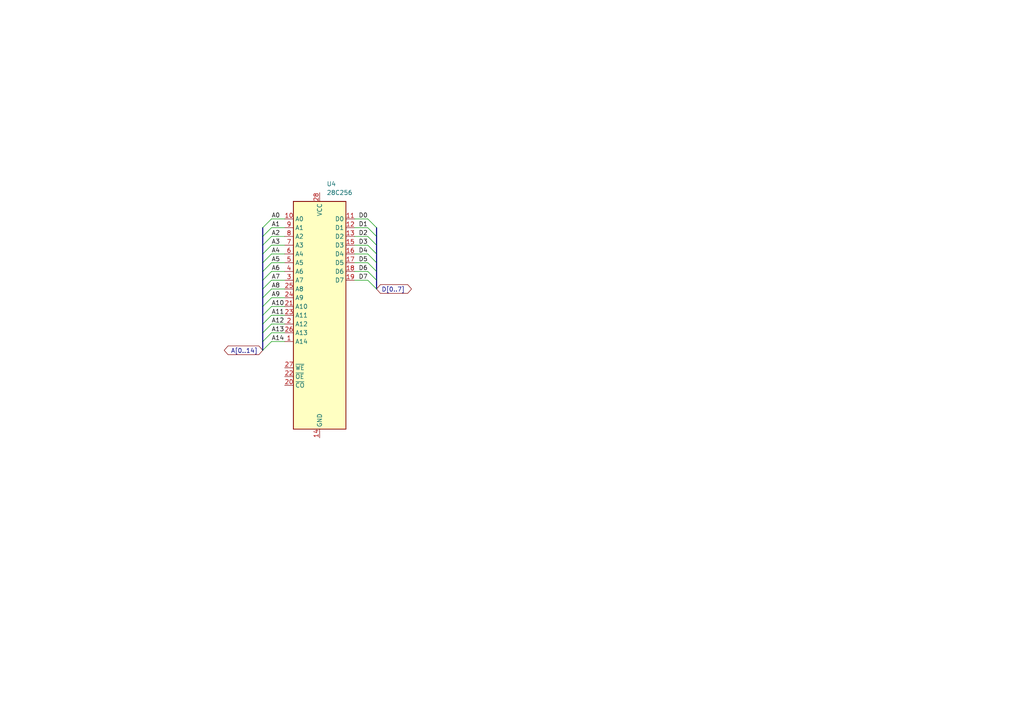
<source format=kicad_sch>
(kicad_sch (version 20211123) (generator eeschema)
  (paper "A4")
  (lib_symbols
    (symbol "micro_controller:28C256"
      (property "Reference" "U" (at 0 1.27 0))
      (property "Value" "28C256" (at 0 -1.27 0))
      (symbol "28C256_1_1"
        (rectangle (start -7.62 33.02) (end 7.62 -33.02) (stroke (width 0.254)) (fill (type background)))
        (pin bidirectional line (at -10.16 -7.62 0) (length 2.54) (name "A14") (number "1"))
        (pin bidirectional line (at -10.16 27.94 0) (length 2.54) (name "A0") (number "10"))
        (pin bidirectional line (at 10.16 27.94 180) (length 2.54) (name "D0") (number "11"))
        (pin bidirectional line (at 10.16 25.4 180) (length 2.54) (name "D1") (number "12"))
        (pin bidirectional line (at 10.16 22.86 180) (length 2.54) (name "D2") (number "13"))
        (pin power_in line (at 0 -35.56 90) (length 2.54) (name "GND") (number "14"))
        (pin bidirectional line (at 10.16 20.32 180) (length 2.54) (name "D3") (number "15"))
        (pin bidirectional line (at 10.16 17.78 180) (length 2.54) (name "D4") (number "16"))
        (pin bidirectional line (at 10.16 15.24 180) (length 2.54) (name "D5") (number "17"))
        (pin bidirectional line (at 10.16 12.7 180) (length 2.54) (name "D6") (number "18"))
        (pin bidirectional line (at 10.16 10.16 180) (length 2.54) (name "D7") (number "19"))
        (pin bidirectional line (at -10.16 -2.54 0) (length 2.54) (name "A12") (number "2"))
        (pin input line (at -10.16 -20.32 0) (length 2.54) (name "~{CO}") (number "20"))
        (pin bidirectional line (at -10.16 2.54 0) (length 2.54) (name "A10") (number "21"))
        (pin input line (at -10.16 -17.78 0) (length 2.54) (name "~{OE}") (number "22"))
        (pin bidirectional line (at -10.16 0 0) (length 2.54) (name "A11") (number "23"))
        (pin bidirectional line (at -10.16 5.08 0) (length 2.54) (name "A9") (number "24"))
        (pin bidirectional line (at -10.16 7.62 0) (length 2.54) (name "A8") (number "25"))
        (pin bidirectional line (at -10.16 -5.08 0) (length 2.54) (name "A13") (number "26"))
        (pin input line (at -10.16 -15.24 0) (length 2.54) (name "~{WE}") (number "27"))
        (pin power_in line (at 0 35.56 270) (length 2.54) (name "VCC") (number "28"))
        (pin bidirectional line (at -10.16 10.16 0) (length 2.54) (name "A7") (number "3"))
        (pin bidirectional line (at -10.16 12.7 0) (length 2.54) (name "A6") (number "4"))
        (pin bidirectional line (at -10.16 15.24 0) (length 2.54) (name "A5") (number "5"))
        (pin bidirectional line (at -10.16 17.78 0) (length 2.54) (name "A4") (number "6"))
        (pin bidirectional line (at -10.16 20.32 0) (length 2.54) (name "A3") (number "7"))
        (pin bidirectional line (at -10.16 22.86 0) (length 2.54) (name "A2") (number "8"))
        (pin bidirectional line (at -10.16 25.4 0) (length 2.54) (name "A1") (number "9"))
      )
    )
  )
  (bus_entry (at 106.68 73.66) (size 2.54 2.54))
  (bus_entry (at 106.68 68.58) (size 2.54 2.54))
  (bus_entry (at 78.74 83.82) (size -2.54 2.54))
  (bus_entry (at 106.68 63.5) (size 2.54 2.54))
  (bus_entry (at 106.68 78.74) (size 2.54 2.54))
  (bus_entry (at 78.74 68.58) (size -2.54 2.54))
  (bus_entry (at 78.74 66.04) (size -2.54 2.54))
  (bus_entry (at 78.74 71.12) (size -2.54 2.54))
  (bus_entry (at 78.74 73.66) (size -2.54 2.54))
  (bus_entry (at 78.74 81.28) (size -2.54 2.54))
  (bus_entry (at 78.74 96.52) (size -2.54 2.54))
  (bus_entry (at 78.74 76.2) (size -2.54 2.54))
  (bus_entry (at 106.68 71.12) (size 2.54 2.54))
  (bus_entry (at 78.74 99.06) (size -2.54 2.54))
  (bus_entry (at 106.68 76.2) (size 2.54 2.54))
  (bus_entry (at 106.68 66.04) (size 2.54 2.54))
  (bus_entry (at 78.74 93.98) (size -2.54 2.54))
  (bus_entry (at 78.74 78.74) (size -2.54 2.54))
  (bus_entry (at 78.74 91.44) (size -2.54 2.54))
  (bus_entry (at 78.74 88.9) (size -2.54 2.54))
  (bus_entry (at 78.74 86.36) (size -2.54 2.54))
  (bus_entry (at 106.68 81.28) (size 2.54 2.54))
  (bus_entry (at 78.74 63.5) (size -2.54 2.54))
  (bus (pts (xy 76.2 76.2) (xy 76.2 78.74)))
  (bus (pts (xy 76.2 88.9) (xy 76.2 91.44)))
  (bus (pts (xy 76.2 99.06) (xy 76.2 101.6)))
  (wire (pts (xy 78.74 76.2) (xy 82.55 76.2)))
  (wire (pts (xy 78.74 81.28) (xy 82.55 81.28)))
  (wire (pts (xy 78.74 99.06) (xy 82.55 99.06)))
  (wire (pts (xy 102.87 78.74) (xy 106.68 78.74)))
  (bus (pts (xy 76.2 86.36) (xy 76.2 88.9)))
  (bus (pts (xy 109.22 73.66) (xy 109.22 76.2)))
  (wire (pts (xy 78.74 93.98) (xy 82.55 93.98)))
  (wire (pts (xy 78.74 83.82) (xy 82.55 83.82)))
  (wire (pts (xy 102.87 76.2) (xy 106.68 76.2)))
  (bus (pts (xy 109.22 81.28) (xy 109.22 83.82)))
  (bus (pts (xy 109.22 71.12) (xy 109.22 73.66)))
  (wire (pts (xy 78.74 68.58) (xy 82.55 68.58)))
  (wire (pts (xy 102.87 71.12) (xy 106.68 71.12)))
  (bus (pts (xy 76.2 91.44) (xy 76.2 93.98)))
  (bus (pts (xy 76.2 83.82) (xy 76.2 86.36)))
  (bus (pts (xy 76.2 78.74) (xy 76.2 81.28)))
  (wire (pts (xy 78.74 71.12) (xy 82.55 71.12)))
  (wire (pts (xy 102.87 68.58) (xy 106.68 68.58)))
  (bus (pts (xy 109.22 66.04) (xy 109.22 68.58)))
  (bus (pts (xy 109.22 68.58) (xy 109.22 71.12)))
  (bus (pts (xy 76.2 73.66) (xy 76.2 76.2)))
  (wire (pts (xy 102.87 81.28) (xy 106.68 81.28)))
  (wire (pts (xy 102.87 73.66) (xy 106.68 73.66)))
  (bus (pts (xy 76.2 71.12) (xy 76.2 73.66)))
  (bus (pts (xy 76.2 81.28) (xy 76.2 83.82)))
  (wire (pts (xy 102.87 63.5) (xy 106.68 63.5)))
  (wire (pts (xy 78.74 88.9) (xy 82.55 88.9)))
  (wire (pts (xy 102.87 66.04) (xy 106.68 66.04)))
  (bus (pts (xy 109.22 76.2) (xy 109.22 78.74)))
  (wire (pts (xy 78.74 86.36) (xy 82.55 86.36)))
  (wire (pts (xy 78.74 91.44) (xy 82.55 91.44)))
  (wire (pts (xy 78.74 96.52) (xy 82.55 96.52)))
  (wire (pts (xy 78.74 63.5) (xy 82.55 63.5)))
  (bus (pts (xy 76.2 68.58) (xy 76.2 71.12)))
  (wire (pts (xy 78.74 66.04) (xy 82.55 66.04)))
  (bus (pts (xy 76.2 66.04) (xy 76.2 68.58)))
  (bus (pts (xy 76.2 93.98) (xy 76.2 96.52)))
  (bus (pts (xy 76.2 96.52) (xy 76.2 99.06)))
  (wire (pts (xy 78.74 73.66) (xy 82.55 73.66)))
  (bus (pts (xy 109.22 78.74) (xy 109.22 81.28)))
  (wire (pts (xy 78.74 78.74) (xy 82.55 78.74)))
  (label "D0" (at 106.68 63.5 180))
  (label "D5" (at 106.68 76.2 180))
  (label "D4" (at 106.68 73.66 180))
  (label "A2" (at 78.74 68.58 0))
  (label "A3" (at 78.74 71.12 0))
  (label "D7" (at 106.68 81.28 180))
  (label "A7" (at 78.74 81.28 0))
  (label "A14" (at 78.74 99.06 0))
  (label "A6" (at 78.74 78.74 0))
  (label "A8" (at 78.74 83.82 0))
  (label "D3" (at 106.68 71.12 180))
  (label "A11" (at 78.74 91.44 0))
  (label "A1" (at 78.74 66.04 0))
  (label "A4" (at 78.74 73.66 0))
  (label "A13" (at 78.74 96.52 0))
  (label "A10" (at 78.74 88.9 0))
  (label "A12" (at 78.74 93.98 0))
  (label "A5" (at 78.74 76.2 0))
  (label "D6" (at 106.68 78.74 180))
  (label "D2" (at 106.68 68.58 180))
  (label "D1" (at 106.68 66.04 180))
  (label "A9" (at 78.74 86.36 0))
  (label "A0" (at 78.74 63.5 0))
  (global_label "A[0..14]" (shape bidirectional) (at 76.2 101.6 180) (property "Intersheet References" "${INTERSHEET_REFS}" (effects hide)))
  (global_label "D[0..7]" (shape bidirectional) (at 109.22 83.82 0) (property "Intersheet References" "${INTERSHEET_REFS}" (effects hide)))
  (symbol (lib_id "micro_controller:28C256") (at 92.71 91.44 0) (unit 1)
    (property "Reference" "U4" (at 94.7294 53.34 0) (effects (justify left)))
    (property "Value" "28C256" (at 94.7294 55.88 0) (effects (justify left)))
  )
)
</source>
